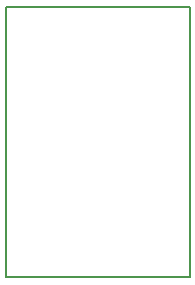
<source format=gko>
G04 #@! TF.FileFunction,Profile,NP*
%FSLAX46Y46*%
G04 Gerber Fmt 4.6, Leading zero omitted, Abs format (unit mm)*
G04 Created by KiCad (PCBNEW 4.0.7-e2-6376~58~ubuntu16.04.1) date Sat Jan 13 09:42:42 2018*
%MOMM*%
%LPD*%
G01*
G04 APERTURE LIST*
%ADD10C,0.100000*%
%ADD11C,0.150000*%
G04 APERTURE END LIST*
D10*
D11*
X140589000Y-93980000D02*
X156210000Y-93980000D01*
X140589000Y-116840000D02*
X140589000Y-93980000D01*
X140970000Y-116840000D02*
X140589000Y-116840000D01*
X156210000Y-116840000D02*
X140970000Y-116840000D01*
X156210000Y-93980000D02*
X156210000Y-116840000D01*
M02*

</source>
